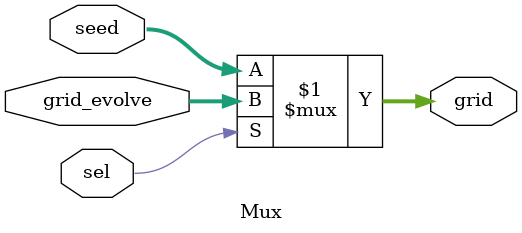
<source format=sv>
module Mux (input logic [63:0] seed, grid_evolve,input logic  sel, output logic [63:0] grid);

assign grid = sel? grid_evolve: seed;

endmodule


</source>
